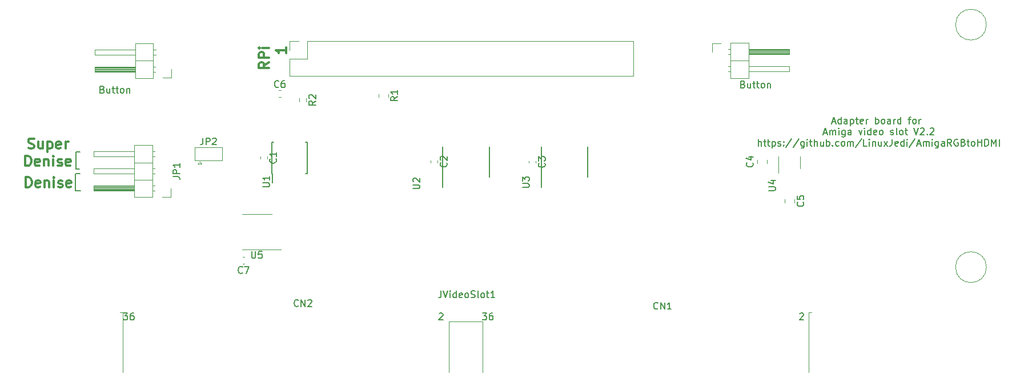
<source format=gbr>
G04 #@! TF.GenerationSoftware,KiCad,Pcbnew,5.1.9-73d0e3b20d~88~ubuntu20.10.1*
G04 #@! TF.CreationDate,2021-04-01T22:15:41+01:00*
G04 #@! TF.ProjectId,videoslotadapter,76696465-6f73-46c6-9f74-616461707465,rev?*
G04 #@! TF.SameCoordinates,Original*
G04 #@! TF.FileFunction,Legend,Top*
G04 #@! TF.FilePolarity,Positive*
%FSLAX46Y46*%
G04 Gerber Fmt 4.6, Leading zero omitted, Abs format (unit mm)*
G04 Created by KiCad (PCBNEW 5.1.9-73d0e3b20d~88~ubuntu20.10.1) date 2021-04-01 22:15:41*
%MOMM*%
%LPD*%
G01*
G04 APERTURE LIST*
%ADD10C,0.150000*%
%ADD11C,0.200000*%
%ADD12C,0.300000*%
%ADD13C,0.120000*%
G04 APERTURE END LIST*
D10*
X107441597Y-74144831D02*
X107584454Y-74192450D01*
X107632073Y-74240069D01*
X107679692Y-74335307D01*
X107679692Y-74478164D01*
X107632073Y-74573402D01*
X107584454Y-74621021D01*
X107489216Y-74668640D01*
X107108263Y-74668640D01*
X107108263Y-73668640D01*
X107441597Y-73668640D01*
X107536835Y-73716260D01*
X107584454Y-73763879D01*
X107632073Y-73859117D01*
X107632073Y-73954355D01*
X107584454Y-74049593D01*
X107536835Y-74097212D01*
X107441597Y-74144831D01*
X107108263Y-74144831D01*
X108536835Y-74001974D02*
X108536835Y-74668640D01*
X108108263Y-74001974D02*
X108108263Y-74525783D01*
X108155882Y-74621021D01*
X108251120Y-74668640D01*
X108393978Y-74668640D01*
X108489216Y-74621021D01*
X108536835Y-74573402D01*
X108870168Y-74001974D02*
X109251120Y-74001974D01*
X109013025Y-73668640D02*
X109013025Y-74525783D01*
X109060644Y-74621021D01*
X109155882Y-74668640D01*
X109251120Y-74668640D01*
X109441597Y-74001974D02*
X109822549Y-74001974D01*
X109584454Y-73668640D02*
X109584454Y-74525783D01*
X109632073Y-74621021D01*
X109727311Y-74668640D01*
X109822549Y-74668640D01*
X110298740Y-74668640D02*
X110203501Y-74621021D01*
X110155882Y-74573402D01*
X110108263Y-74478164D01*
X110108263Y-74192450D01*
X110155882Y-74097212D01*
X110203501Y-74049593D01*
X110298740Y-74001974D01*
X110441597Y-74001974D01*
X110536835Y-74049593D01*
X110584454Y-74097212D01*
X110632073Y-74192450D01*
X110632073Y-74478164D01*
X110584454Y-74573402D01*
X110536835Y-74621021D01*
X110441597Y-74668640D01*
X110298740Y-74668640D01*
X111060644Y-74001974D02*
X111060644Y-74668640D01*
X111060644Y-74097212D02*
X111108263Y-74049593D01*
X111203501Y-74001974D01*
X111346359Y-74001974D01*
X111441597Y-74049593D01*
X111489216Y-74144831D01*
X111489216Y-74668640D01*
X202414737Y-73382831D02*
X202557594Y-73430450D01*
X202605213Y-73478069D01*
X202652832Y-73573307D01*
X202652832Y-73716164D01*
X202605213Y-73811402D01*
X202557594Y-73859021D01*
X202462356Y-73906640D01*
X202081403Y-73906640D01*
X202081403Y-72906640D01*
X202414737Y-72906640D01*
X202509975Y-72954260D01*
X202557594Y-73001879D01*
X202605213Y-73097117D01*
X202605213Y-73192355D01*
X202557594Y-73287593D01*
X202509975Y-73335212D01*
X202414737Y-73382831D01*
X202081403Y-73382831D01*
X203509975Y-73239974D02*
X203509975Y-73906640D01*
X203081403Y-73239974D02*
X203081403Y-73763783D01*
X203129022Y-73859021D01*
X203224260Y-73906640D01*
X203367118Y-73906640D01*
X203462356Y-73859021D01*
X203509975Y-73811402D01*
X203843308Y-73239974D02*
X204224260Y-73239974D01*
X203986165Y-72906640D02*
X203986165Y-73763783D01*
X204033784Y-73859021D01*
X204129022Y-73906640D01*
X204224260Y-73906640D01*
X204414737Y-73239974D02*
X204795689Y-73239974D01*
X204557594Y-72906640D02*
X204557594Y-73763783D01*
X204605213Y-73859021D01*
X204700451Y-73906640D01*
X204795689Y-73906640D01*
X205271880Y-73906640D02*
X205176641Y-73859021D01*
X205129022Y-73811402D01*
X205081403Y-73716164D01*
X205081403Y-73430450D01*
X205129022Y-73335212D01*
X205176641Y-73287593D01*
X205271880Y-73239974D01*
X205414737Y-73239974D01*
X205509975Y-73287593D01*
X205557594Y-73335212D01*
X205605213Y-73430450D01*
X205605213Y-73716164D01*
X205557594Y-73811402D01*
X205509975Y-73859021D01*
X205414737Y-73906640D01*
X205271880Y-73906640D01*
X206033784Y-73239974D02*
X206033784Y-73906640D01*
X206033784Y-73335212D02*
X206081403Y-73287593D01*
X206176641Y-73239974D01*
X206319499Y-73239974D01*
X206414737Y-73287593D01*
X206462356Y-73382831D01*
X206462356Y-73906640D01*
X215626228Y-78938146D02*
X216102419Y-78938146D01*
X215530990Y-79223860D02*
X215864323Y-78223860D01*
X216197657Y-79223860D01*
X216959561Y-79223860D02*
X216959561Y-78223860D01*
X216959561Y-79176241D02*
X216864323Y-79223860D01*
X216673847Y-79223860D01*
X216578609Y-79176241D01*
X216530990Y-79128622D01*
X216483371Y-79033384D01*
X216483371Y-78747670D01*
X216530990Y-78652432D01*
X216578609Y-78604813D01*
X216673847Y-78557194D01*
X216864323Y-78557194D01*
X216959561Y-78604813D01*
X217864323Y-79223860D02*
X217864323Y-78700051D01*
X217816704Y-78604813D01*
X217721466Y-78557194D01*
X217530990Y-78557194D01*
X217435752Y-78604813D01*
X217864323Y-79176241D02*
X217769085Y-79223860D01*
X217530990Y-79223860D01*
X217435752Y-79176241D01*
X217388133Y-79081003D01*
X217388133Y-78985765D01*
X217435752Y-78890527D01*
X217530990Y-78842908D01*
X217769085Y-78842908D01*
X217864323Y-78795289D01*
X218340514Y-78557194D02*
X218340514Y-79557194D01*
X218340514Y-78604813D02*
X218435752Y-78557194D01*
X218626228Y-78557194D01*
X218721466Y-78604813D01*
X218769085Y-78652432D01*
X218816704Y-78747670D01*
X218816704Y-79033384D01*
X218769085Y-79128622D01*
X218721466Y-79176241D01*
X218626228Y-79223860D01*
X218435752Y-79223860D01*
X218340514Y-79176241D01*
X219102419Y-78557194D02*
X219483371Y-78557194D01*
X219245276Y-78223860D02*
X219245276Y-79081003D01*
X219292895Y-79176241D01*
X219388133Y-79223860D01*
X219483371Y-79223860D01*
X220197657Y-79176241D02*
X220102419Y-79223860D01*
X219911942Y-79223860D01*
X219816704Y-79176241D01*
X219769085Y-79081003D01*
X219769085Y-78700051D01*
X219816704Y-78604813D01*
X219911942Y-78557194D01*
X220102419Y-78557194D01*
X220197657Y-78604813D01*
X220245276Y-78700051D01*
X220245276Y-78795289D01*
X219769085Y-78890527D01*
X220673847Y-79223860D02*
X220673847Y-78557194D01*
X220673847Y-78747670D02*
X220721466Y-78652432D01*
X220769085Y-78604813D01*
X220864323Y-78557194D01*
X220959561Y-78557194D01*
X222054800Y-79223860D02*
X222054800Y-78223860D01*
X222054800Y-78604813D02*
X222150038Y-78557194D01*
X222340514Y-78557194D01*
X222435752Y-78604813D01*
X222483371Y-78652432D01*
X222530990Y-78747670D01*
X222530990Y-79033384D01*
X222483371Y-79128622D01*
X222435752Y-79176241D01*
X222340514Y-79223860D01*
X222150038Y-79223860D01*
X222054800Y-79176241D01*
X223102419Y-79223860D02*
X223007180Y-79176241D01*
X222959561Y-79128622D01*
X222911942Y-79033384D01*
X222911942Y-78747670D01*
X222959561Y-78652432D01*
X223007180Y-78604813D01*
X223102419Y-78557194D01*
X223245276Y-78557194D01*
X223340514Y-78604813D01*
X223388133Y-78652432D01*
X223435752Y-78747670D01*
X223435752Y-79033384D01*
X223388133Y-79128622D01*
X223340514Y-79176241D01*
X223245276Y-79223860D01*
X223102419Y-79223860D01*
X224292895Y-79223860D02*
X224292895Y-78700051D01*
X224245276Y-78604813D01*
X224150038Y-78557194D01*
X223959561Y-78557194D01*
X223864323Y-78604813D01*
X224292895Y-79176241D02*
X224197657Y-79223860D01*
X223959561Y-79223860D01*
X223864323Y-79176241D01*
X223816704Y-79081003D01*
X223816704Y-78985765D01*
X223864323Y-78890527D01*
X223959561Y-78842908D01*
X224197657Y-78842908D01*
X224292895Y-78795289D01*
X224769085Y-79223860D02*
X224769085Y-78557194D01*
X224769085Y-78747670D02*
X224816704Y-78652432D01*
X224864323Y-78604813D01*
X224959561Y-78557194D01*
X225054800Y-78557194D01*
X225816704Y-79223860D02*
X225816704Y-78223860D01*
X225816704Y-79176241D02*
X225721466Y-79223860D01*
X225530990Y-79223860D01*
X225435752Y-79176241D01*
X225388133Y-79128622D01*
X225340514Y-79033384D01*
X225340514Y-78747670D01*
X225388133Y-78652432D01*
X225435752Y-78604813D01*
X225530990Y-78557194D01*
X225721466Y-78557194D01*
X225816704Y-78604813D01*
X226911942Y-78557194D02*
X227292895Y-78557194D01*
X227054800Y-79223860D02*
X227054800Y-78366718D01*
X227102419Y-78271480D01*
X227197657Y-78223860D01*
X227292895Y-78223860D01*
X227769085Y-79223860D02*
X227673847Y-79176241D01*
X227626228Y-79128622D01*
X227578609Y-79033384D01*
X227578609Y-78747670D01*
X227626228Y-78652432D01*
X227673847Y-78604813D01*
X227769085Y-78557194D01*
X227911942Y-78557194D01*
X228007180Y-78604813D01*
X228054800Y-78652432D01*
X228102419Y-78747670D01*
X228102419Y-79033384D01*
X228054800Y-79128622D01*
X228007180Y-79176241D01*
X227911942Y-79223860D01*
X227769085Y-79223860D01*
X228530990Y-79223860D02*
X228530990Y-78557194D01*
X228530990Y-78747670D02*
X228578609Y-78652432D01*
X228626228Y-78604813D01*
X228721466Y-78557194D01*
X228816704Y-78557194D01*
X214388133Y-80588146D02*
X214864323Y-80588146D01*
X214292895Y-80873860D02*
X214626228Y-79873860D01*
X214959561Y-80873860D01*
X215292895Y-80873860D02*
X215292895Y-80207194D01*
X215292895Y-80302432D02*
X215340514Y-80254813D01*
X215435752Y-80207194D01*
X215578609Y-80207194D01*
X215673847Y-80254813D01*
X215721466Y-80350051D01*
X215721466Y-80873860D01*
X215721466Y-80350051D02*
X215769085Y-80254813D01*
X215864323Y-80207194D01*
X216007180Y-80207194D01*
X216102419Y-80254813D01*
X216150038Y-80350051D01*
X216150038Y-80873860D01*
X216626228Y-80873860D02*
X216626228Y-80207194D01*
X216626228Y-79873860D02*
X216578609Y-79921480D01*
X216626228Y-79969099D01*
X216673847Y-79921480D01*
X216626228Y-79873860D01*
X216626228Y-79969099D01*
X217530990Y-80207194D02*
X217530990Y-81016718D01*
X217483371Y-81111956D01*
X217435752Y-81159575D01*
X217340514Y-81207194D01*
X217197657Y-81207194D01*
X217102419Y-81159575D01*
X217530990Y-80826241D02*
X217435752Y-80873860D01*
X217245276Y-80873860D01*
X217150038Y-80826241D01*
X217102419Y-80778622D01*
X217054800Y-80683384D01*
X217054800Y-80397670D01*
X217102419Y-80302432D01*
X217150038Y-80254813D01*
X217245276Y-80207194D01*
X217435752Y-80207194D01*
X217530990Y-80254813D01*
X218435752Y-80873860D02*
X218435752Y-80350051D01*
X218388133Y-80254813D01*
X218292895Y-80207194D01*
X218102419Y-80207194D01*
X218007180Y-80254813D01*
X218435752Y-80826241D02*
X218340514Y-80873860D01*
X218102419Y-80873860D01*
X218007180Y-80826241D01*
X217959561Y-80731003D01*
X217959561Y-80635765D01*
X218007180Y-80540527D01*
X218102419Y-80492908D01*
X218340514Y-80492908D01*
X218435752Y-80445289D01*
X219578609Y-80207194D02*
X219816704Y-80873860D01*
X220054800Y-80207194D01*
X220435752Y-80873860D02*
X220435752Y-80207194D01*
X220435752Y-79873860D02*
X220388133Y-79921480D01*
X220435752Y-79969099D01*
X220483371Y-79921480D01*
X220435752Y-79873860D01*
X220435752Y-79969099D01*
X221340514Y-80873860D02*
X221340514Y-79873860D01*
X221340514Y-80826241D02*
X221245276Y-80873860D01*
X221054800Y-80873860D01*
X220959561Y-80826241D01*
X220911942Y-80778622D01*
X220864323Y-80683384D01*
X220864323Y-80397670D01*
X220911942Y-80302432D01*
X220959561Y-80254813D01*
X221054800Y-80207194D01*
X221245276Y-80207194D01*
X221340514Y-80254813D01*
X222197657Y-80826241D02*
X222102419Y-80873860D01*
X221911942Y-80873860D01*
X221816704Y-80826241D01*
X221769085Y-80731003D01*
X221769085Y-80350051D01*
X221816704Y-80254813D01*
X221911942Y-80207194D01*
X222102419Y-80207194D01*
X222197657Y-80254813D01*
X222245276Y-80350051D01*
X222245276Y-80445289D01*
X221769085Y-80540527D01*
X222816704Y-80873860D02*
X222721466Y-80826241D01*
X222673847Y-80778622D01*
X222626228Y-80683384D01*
X222626228Y-80397670D01*
X222673847Y-80302432D01*
X222721466Y-80254813D01*
X222816704Y-80207194D01*
X222959561Y-80207194D01*
X223054800Y-80254813D01*
X223102419Y-80302432D01*
X223150038Y-80397670D01*
X223150038Y-80683384D01*
X223102419Y-80778622D01*
X223054800Y-80826241D01*
X222959561Y-80873860D01*
X222816704Y-80873860D01*
X224292895Y-80826241D02*
X224388133Y-80873860D01*
X224578609Y-80873860D01*
X224673847Y-80826241D01*
X224721466Y-80731003D01*
X224721466Y-80683384D01*
X224673847Y-80588146D01*
X224578609Y-80540527D01*
X224435752Y-80540527D01*
X224340514Y-80492908D01*
X224292895Y-80397670D01*
X224292895Y-80350051D01*
X224340514Y-80254813D01*
X224435752Y-80207194D01*
X224578609Y-80207194D01*
X224673847Y-80254813D01*
X225292895Y-80873860D02*
X225197657Y-80826241D01*
X225150038Y-80731003D01*
X225150038Y-79873860D01*
X225816704Y-80873860D02*
X225721466Y-80826241D01*
X225673847Y-80778622D01*
X225626228Y-80683384D01*
X225626228Y-80397670D01*
X225673847Y-80302432D01*
X225721466Y-80254813D01*
X225816704Y-80207194D01*
X225959561Y-80207194D01*
X226054800Y-80254813D01*
X226102419Y-80302432D01*
X226150038Y-80397670D01*
X226150038Y-80683384D01*
X226102419Y-80778622D01*
X226054800Y-80826241D01*
X225959561Y-80873860D01*
X225816704Y-80873860D01*
X226435752Y-80207194D02*
X226816704Y-80207194D01*
X226578609Y-79873860D02*
X226578609Y-80731003D01*
X226626228Y-80826241D01*
X226721466Y-80873860D01*
X226816704Y-80873860D01*
X227769085Y-79873860D02*
X228102419Y-80873860D01*
X228435752Y-79873860D01*
X228721466Y-79969099D02*
X228769085Y-79921480D01*
X228864323Y-79873860D01*
X229102419Y-79873860D01*
X229197657Y-79921480D01*
X229245276Y-79969099D01*
X229292895Y-80064337D01*
X229292895Y-80159575D01*
X229245276Y-80302432D01*
X228673847Y-80873860D01*
X229292895Y-80873860D01*
X229721466Y-80778622D02*
X229769085Y-80826241D01*
X229721466Y-80873860D01*
X229673847Y-80826241D01*
X229721466Y-80778622D01*
X229721466Y-80873860D01*
X230150038Y-79969099D02*
X230197657Y-79921480D01*
X230292895Y-79873860D01*
X230530990Y-79873860D01*
X230626228Y-79921480D01*
X230673847Y-79969099D01*
X230721466Y-80064337D01*
X230721466Y-80159575D01*
X230673847Y-80302432D01*
X230102419Y-80873860D01*
X230721466Y-80873860D01*
X204697657Y-82523860D02*
X204697657Y-81523860D01*
X205126228Y-82523860D02*
X205126228Y-82000051D01*
X205078609Y-81904813D01*
X204983371Y-81857194D01*
X204840514Y-81857194D01*
X204745276Y-81904813D01*
X204697657Y-81952432D01*
X205459561Y-81857194D02*
X205840514Y-81857194D01*
X205602419Y-81523860D02*
X205602419Y-82381003D01*
X205650038Y-82476241D01*
X205745276Y-82523860D01*
X205840514Y-82523860D01*
X206030990Y-81857194D02*
X206411942Y-81857194D01*
X206173847Y-81523860D02*
X206173847Y-82381003D01*
X206221466Y-82476241D01*
X206316704Y-82523860D01*
X206411942Y-82523860D01*
X206745276Y-81857194D02*
X206745276Y-82857194D01*
X206745276Y-81904813D02*
X206840514Y-81857194D01*
X207030990Y-81857194D01*
X207126228Y-81904813D01*
X207173847Y-81952432D01*
X207221466Y-82047670D01*
X207221466Y-82333384D01*
X207173847Y-82428622D01*
X207126228Y-82476241D01*
X207030990Y-82523860D01*
X206840514Y-82523860D01*
X206745276Y-82476241D01*
X207602419Y-82476241D02*
X207697657Y-82523860D01*
X207888133Y-82523860D01*
X207983371Y-82476241D01*
X208030990Y-82381003D01*
X208030990Y-82333384D01*
X207983371Y-82238146D01*
X207888133Y-82190527D01*
X207745276Y-82190527D01*
X207650038Y-82142908D01*
X207602419Y-82047670D01*
X207602419Y-82000051D01*
X207650038Y-81904813D01*
X207745276Y-81857194D01*
X207888133Y-81857194D01*
X207983371Y-81904813D01*
X208459561Y-82428622D02*
X208507180Y-82476241D01*
X208459561Y-82523860D01*
X208411942Y-82476241D01*
X208459561Y-82428622D01*
X208459561Y-82523860D01*
X208459561Y-81904813D02*
X208507180Y-81952432D01*
X208459561Y-82000051D01*
X208411942Y-81952432D01*
X208459561Y-81904813D01*
X208459561Y-82000051D01*
X209650038Y-81476241D02*
X208792895Y-82761956D01*
X210697657Y-81476241D02*
X209840514Y-82761956D01*
X211459561Y-81857194D02*
X211459561Y-82666718D01*
X211411942Y-82761956D01*
X211364323Y-82809575D01*
X211269085Y-82857194D01*
X211126228Y-82857194D01*
X211030990Y-82809575D01*
X211459561Y-82476241D02*
X211364323Y-82523860D01*
X211173847Y-82523860D01*
X211078609Y-82476241D01*
X211030990Y-82428622D01*
X210983371Y-82333384D01*
X210983371Y-82047670D01*
X211030990Y-81952432D01*
X211078609Y-81904813D01*
X211173847Y-81857194D01*
X211364323Y-81857194D01*
X211459561Y-81904813D01*
X211935752Y-82523860D02*
X211935752Y-81857194D01*
X211935752Y-81523860D02*
X211888133Y-81571480D01*
X211935752Y-81619099D01*
X211983371Y-81571480D01*
X211935752Y-81523860D01*
X211935752Y-81619099D01*
X212269085Y-81857194D02*
X212650038Y-81857194D01*
X212411942Y-81523860D02*
X212411942Y-82381003D01*
X212459561Y-82476241D01*
X212554800Y-82523860D01*
X212650038Y-82523860D01*
X212983371Y-82523860D02*
X212983371Y-81523860D01*
X213411942Y-82523860D02*
X213411942Y-82000051D01*
X213364323Y-81904813D01*
X213269085Y-81857194D01*
X213126228Y-81857194D01*
X213030990Y-81904813D01*
X212983371Y-81952432D01*
X214316704Y-81857194D02*
X214316704Y-82523860D01*
X213888133Y-81857194D02*
X213888133Y-82381003D01*
X213935752Y-82476241D01*
X214030990Y-82523860D01*
X214173847Y-82523860D01*
X214269085Y-82476241D01*
X214316704Y-82428622D01*
X214792895Y-82523860D02*
X214792895Y-81523860D01*
X214792895Y-81904813D02*
X214888133Y-81857194D01*
X215078609Y-81857194D01*
X215173847Y-81904813D01*
X215221466Y-81952432D01*
X215269085Y-82047670D01*
X215269085Y-82333384D01*
X215221466Y-82428622D01*
X215173847Y-82476241D01*
X215078609Y-82523860D01*
X214888133Y-82523860D01*
X214792895Y-82476241D01*
X215697657Y-82428622D02*
X215745276Y-82476241D01*
X215697657Y-82523860D01*
X215650038Y-82476241D01*
X215697657Y-82428622D01*
X215697657Y-82523860D01*
X216602419Y-82476241D02*
X216507180Y-82523860D01*
X216316704Y-82523860D01*
X216221466Y-82476241D01*
X216173847Y-82428622D01*
X216126228Y-82333384D01*
X216126228Y-82047670D01*
X216173847Y-81952432D01*
X216221466Y-81904813D01*
X216316704Y-81857194D01*
X216507180Y-81857194D01*
X216602419Y-81904813D01*
X217173847Y-82523860D02*
X217078609Y-82476241D01*
X217030990Y-82428622D01*
X216983371Y-82333384D01*
X216983371Y-82047670D01*
X217030990Y-81952432D01*
X217078609Y-81904813D01*
X217173847Y-81857194D01*
X217316704Y-81857194D01*
X217411942Y-81904813D01*
X217459561Y-81952432D01*
X217507180Y-82047670D01*
X217507180Y-82333384D01*
X217459561Y-82428622D01*
X217411942Y-82476241D01*
X217316704Y-82523860D01*
X217173847Y-82523860D01*
X217935752Y-82523860D02*
X217935752Y-81857194D01*
X217935752Y-81952432D02*
X217983371Y-81904813D01*
X218078609Y-81857194D01*
X218221466Y-81857194D01*
X218316704Y-81904813D01*
X218364323Y-82000051D01*
X218364323Y-82523860D01*
X218364323Y-82000051D02*
X218411942Y-81904813D01*
X218507180Y-81857194D01*
X218650038Y-81857194D01*
X218745276Y-81904813D01*
X218792895Y-82000051D01*
X218792895Y-82523860D01*
X219983371Y-81476241D02*
X219126228Y-82761956D01*
X220792895Y-82523860D02*
X220316704Y-82523860D01*
X220316704Y-81523860D01*
X221126228Y-82523860D02*
X221126228Y-81857194D01*
X221126228Y-81523860D02*
X221078609Y-81571480D01*
X221126228Y-81619099D01*
X221173847Y-81571480D01*
X221126228Y-81523860D01*
X221126228Y-81619099D01*
X221602419Y-81857194D02*
X221602419Y-82523860D01*
X221602419Y-81952432D02*
X221650038Y-81904813D01*
X221745276Y-81857194D01*
X221888133Y-81857194D01*
X221983371Y-81904813D01*
X222030990Y-82000051D01*
X222030990Y-82523860D01*
X222935752Y-81857194D02*
X222935752Y-82523860D01*
X222507180Y-81857194D02*
X222507180Y-82381003D01*
X222554800Y-82476241D01*
X222650038Y-82523860D01*
X222792895Y-82523860D01*
X222888133Y-82476241D01*
X222935752Y-82428622D01*
X223316704Y-82523860D02*
X223840514Y-81857194D01*
X223316704Y-81857194D02*
X223840514Y-82523860D01*
X224507180Y-81523860D02*
X224507180Y-82238146D01*
X224459561Y-82381003D01*
X224364323Y-82476241D01*
X224221466Y-82523860D01*
X224126228Y-82523860D01*
X225364323Y-82476241D02*
X225269085Y-82523860D01*
X225078609Y-82523860D01*
X224983371Y-82476241D01*
X224935752Y-82381003D01*
X224935752Y-82000051D01*
X224983371Y-81904813D01*
X225078609Y-81857194D01*
X225269085Y-81857194D01*
X225364323Y-81904813D01*
X225411942Y-82000051D01*
X225411942Y-82095289D01*
X224935752Y-82190527D01*
X226269085Y-82523860D02*
X226269085Y-81523860D01*
X226269085Y-82476241D02*
X226173847Y-82523860D01*
X225983371Y-82523860D01*
X225888133Y-82476241D01*
X225840514Y-82428622D01*
X225792895Y-82333384D01*
X225792895Y-82047670D01*
X225840514Y-81952432D01*
X225888133Y-81904813D01*
X225983371Y-81857194D01*
X226173847Y-81857194D01*
X226269085Y-81904813D01*
X226745276Y-82523860D02*
X226745276Y-81857194D01*
X226745276Y-81523860D02*
X226697657Y-81571480D01*
X226745276Y-81619099D01*
X226792895Y-81571480D01*
X226745276Y-81523860D01*
X226745276Y-81619099D01*
X227935752Y-81476241D02*
X227078609Y-82761956D01*
X228221466Y-82238146D02*
X228697657Y-82238146D01*
X228126228Y-82523860D02*
X228459561Y-81523860D01*
X228792895Y-82523860D01*
X229126228Y-82523860D02*
X229126228Y-81857194D01*
X229126228Y-81952432D02*
X229173847Y-81904813D01*
X229269085Y-81857194D01*
X229411942Y-81857194D01*
X229507180Y-81904813D01*
X229554800Y-82000051D01*
X229554800Y-82523860D01*
X229554800Y-82000051D02*
X229602419Y-81904813D01*
X229697657Y-81857194D01*
X229840514Y-81857194D01*
X229935752Y-81904813D01*
X229983371Y-82000051D01*
X229983371Y-82523860D01*
X230459561Y-82523860D02*
X230459561Y-81857194D01*
X230459561Y-81523860D02*
X230411942Y-81571480D01*
X230459561Y-81619099D01*
X230507180Y-81571480D01*
X230459561Y-81523860D01*
X230459561Y-81619099D01*
X231364323Y-81857194D02*
X231364323Y-82666718D01*
X231316704Y-82761956D01*
X231269085Y-82809575D01*
X231173847Y-82857194D01*
X231030990Y-82857194D01*
X230935752Y-82809575D01*
X231364323Y-82476241D02*
X231269085Y-82523860D01*
X231078609Y-82523860D01*
X230983371Y-82476241D01*
X230935752Y-82428622D01*
X230888133Y-82333384D01*
X230888133Y-82047670D01*
X230935752Y-81952432D01*
X230983371Y-81904813D01*
X231078609Y-81857194D01*
X231269085Y-81857194D01*
X231364323Y-81904813D01*
X232269085Y-82523860D02*
X232269085Y-82000051D01*
X232221466Y-81904813D01*
X232126228Y-81857194D01*
X231935752Y-81857194D01*
X231840514Y-81904813D01*
X232269085Y-82476241D02*
X232173847Y-82523860D01*
X231935752Y-82523860D01*
X231840514Y-82476241D01*
X231792895Y-82381003D01*
X231792895Y-82285765D01*
X231840514Y-82190527D01*
X231935752Y-82142908D01*
X232173847Y-82142908D01*
X232269085Y-82095289D01*
X233316704Y-82523860D02*
X232983371Y-82047670D01*
X232745276Y-82523860D02*
X232745276Y-81523860D01*
X233126228Y-81523860D01*
X233221466Y-81571480D01*
X233269085Y-81619099D01*
X233316704Y-81714337D01*
X233316704Y-81857194D01*
X233269085Y-81952432D01*
X233221466Y-82000051D01*
X233126228Y-82047670D01*
X232745276Y-82047670D01*
X234269085Y-81571480D02*
X234173847Y-81523860D01*
X234030990Y-81523860D01*
X233888133Y-81571480D01*
X233792895Y-81666718D01*
X233745276Y-81761956D01*
X233697657Y-81952432D01*
X233697657Y-82095289D01*
X233745276Y-82285765D01*
X233792895Y-82381003D01*
X233888133Y-82476241D01*
X234030990Y-82523860D01*
X234126228Y-82523860D01*
X234269085Y-82476241D01*
X234316704Y-82428622D01*
X234316704Y-82095289D01*
X234126228Y-82095289D01*
X235078609Y-82000051D02*
X235221466Y-82047670D01*
X235269085Y-82095289D01*
X235316704Y-82190527D01*
X235316704Y-82333384D01*
X235269085Y-82428622D01*
X235221466Y-82476241D01*
X235126228Y-82523860D01*
X234745276Y-82523860D01*
X234745276Y-81523860D01*
X235078609Y-81523860D01*
X235173847Y-81571480D01*
X235221466Y-81619099D01*
X235269085Y-81714337D01*
X235269085Y-81809575D01*
X235221466Y-81904813D01*
X235173847Y-81952432D01*
X235078609Y-82000051D01*
X234745276Y-82000051D01*
X235602419Y-81857194D02*
X235983371Y-81857194D01*
X235745276Y-81523860D02*
X235745276Y-82381003D01*
X235792895Y-82476241D01*
X235888133Y-82523860D01*
X235983371Y-82523860D01*
X236459561Y-82523860D02*
X236364323Y-82476241D01*
X236316704Y-82428622D01*
X236269085Y-82333384D01*
X236269085Y-82047670D01*
X236316704Y-81952432D01*
X236364323Y-81904813D01*
X236459561Y-81857194D01*
X236602419Y-81857194D01*
X236697657Y-81904813D01*
X236745276Y-81952432D01*
X236792895Y-82047670D01*
X236792895Y-82333384D01*
X236745276Y-82428622D01*
X236697657Y-82476241D01*
X236602419Y-82523860D01*
X236459561Y-82523860D01*
X237221466Y-82523860D02*
X237221466Y-81523860D01*
X237221466Y-82000051D02*
X237792895Y-82000051D01*
X237792895Y-82523860D02*
X237792895Y-81523860D01*
X238269085Y-82523860D02*
X238269085Y-81523860D01*
X238507180Y-81523860D01*
X238650038Y-81571480D01*
X238745276Y-81666718D01*
X238792895Y-81761956D01*
X238840514Y-81952432D01*
X238840514Y-82095289D01*
X238792895Y-82285765D01*
X238745276Y-82381003D01*
X238650038Y-82476241D01*
X238507180Y-82523860D01*
X238269085Y-82523860D01*
X239269085Y-82523860D02*
X239269085Y-81523860D01*
X239602419Y-82238146D01*
X239935752Y-81523860D01*
X239935752Y-82523860D01*
X240411942Y-82523860D02*
X240411942Y-81523860D01*
D11*
X103479600Y-86621620D02*
X103479600Y-89161620D01*
X103454200Y-89161620D02*
X104213660Y-89161620D01*
X104152700Y-86626700D02*
X103517700Y-86626700D01*
X103522780Y-85948520D02*
X104030780Y-85948520D01*
X103522780Y-83408520D02*
X103522780Y-85948520D01*
X104157780Y-83408520D02*
X103522780Y-83408520D01*
D12*
X96456702Y-82857502D02*
X96670988Y-82928931D01*
X97028131Y-82928931D01*
X97170988Y-82857502D01*
X97242417Y-82786074D01*
X97313845Y-82643217D01*
X97313845Y-82500360D01*
X97242417Y-82357502D01*
X97170988Y-82286074D01*
X97028131Y-82214645D01*
X96742417Y-82143217D01*
X96599560Y-82071788D01*
X96528131Y-82000360D01*
X96456702Y-81857502D01*
X96456702Y-81714645D01*
X96528131Y-81571788D01*
X96599560Y-81500360D01*
X96742417Y-81428931D01*
X97099560Y-81428931D01*
X97313845Y-81500360D01*
X98599560Y-81928931D02*
X98599560Y-82928931D01*
X97956702Y-81928931D02*
X97956702Y-82714645D01*
X98028131Y-82857502D01*
X98170988Y-82928931D01*
X98385274Y-82928931D01*
X98528131Y-82857502D01*
X98599560Y-82786074D01*
X99313845Y-81928931D02*
X99313845Y-83428931D01*
X99313845Y-82000360D02*
X99456702Y-81928931D01*
X99742417Y-81928931D01*
X99885274Y-82000360D01*
X99956702Y-82071788D01*
X100028131Y-82214645D01*
X100028131Y-82643217D01*
X99956702Y-82786074D01*
X99885274Y-82857502D01*
X99742417Y-82928931D01*
X99456702Y-82928931D01*
X99313845Y-82857502D01*
X101242417Y-82857502D02*
X101099560Y-82928931D01*
X100813845Y-82928931D01*
X100670988Y-82857502D01*
X100599560Y-82714645D01*
X100599560Y-82143217D01*
X100670988Y-82000360D01*
X100813845Y-81928931D01*
X101099560Y-81928931D01*
X101242417Y-82000360D01*
X101313845Y-82143217D01*
X101313845Y-82286074D01*
X100599560Y-82428931D01*
X101956702Y-82928931D02*
X101956702Y-81928931D01*
X101956702Y-82214645D02*
X102028131Y-82071788D01*
X102099560Y-82000360D01*
X102242417Y-81928931D01*
X102385274Y-81928931D01*
X96028131Y-85478931D02*
X96028131Y-83978931D01*
X96385274Y-83978931D01*
X96599560Y-84050360D01*
X96742417Y-84193217D01*
X96813845Y-84336074D01*
X96885274Y-84621788D01*
X96885274Y-84836074D01*
X96813845Y-85121788D01*
X96742417Y-85264645D01*
X96599560Y-85407502D01*
X96385274Y-85478931D01*
X96028131Y-85478931D01*
X98099560Y-85407502D02*
X97956702Y-85478931D01*
X97670988Y-85478931D01*
X97528131Y-85407502D01*
X97456702Y-85264645D01*
X97456702Y-84693217D01*
X97528131Y-84550360D01*
X97670988Y-84478931D01*
X97956702Y-84478931D01*
X98099560Y-84550360D01*
X98170988Y-84693217D01*
X98170988Y-84836074D01*
X97456702Y-84978931D01*
X98813845Y-84478931D02*
X98813845Y-85478931D01*
X98813845Y-84621788D02*
X98885274Y-84550360D01*
X99028131Y-84478931D01*
X99242417Y-84478931D01*
X99385274Y-84550360D01*
X99456702Y-84693217D01*
X99456702Y-85478931D01*
X100170988Y-85478931D02*
X100170988Y-84478931D01*
X100170988Y-83978931D02*
X100099560Y-84050360D01*
X100170988Y-84121788D01*
X100242417Y-84050360D01*
X100170988Y-83978931D01*
X100170988Y-84121788D01*
X100813845Y-85407502D02*
X100956702Y-85478931D01*
X101242417Y-85478931D01*
X101385274Y-85407502D01*
X101456702Y-85264645D01*
X101456702Y-85193217D01*
X101385274Y-85050360D01*
X101242417Y-84978931D01*
X101028131Y-84978931D01*
X100885274Y-84907502D01*
X100813845Y-84764645D01*
X100813845Y-84693217D01*
X100885274Y-84550360D01*
X101028131Y-84478931D01*
X101242417Y-84478931D01*
X101385274Y-84550360D01*
X102670988Y-85407502D02*
X102528131Y-85478931D01*
X102242417Y-85478931D01*
X102099560Y-85407502D01*
X102028131Y-85264645D01*
X102028131Y-84693217D01*
X102099560Y-84550360D01*
X102242417Y-84478931D01*
X102528131Y-84478931D01*
X102670988Y-84550360D01*
X102742417Y-84693217D01*
X102742417Y-84836074D01*
X102028131Y-84978931D01*
X96111951Y-88661631D02*
X96111951Y-87161631D01*
X96469094Y-87161631D01*
X96683380Y-87233060D01*
X96826237Y-87375917D01*
X96897665Y-87518774D01*
X96969094Y-87804488D01*
X96969094Y-88018774D01*
X96897665Y-88304488D01*
X96826237Y-88447345D01*
X96683380Y-88590202D01*
X96469094Y-88661631D01*
X96111951Y-88661631D01*
X98183380Y-88590202D02*
X98040522Y-88661631D01*
X97754808Y-88661631D01*
X97611951Y-88590202D01*
X97540522Y-88447345D01*
X97540522Y-87875917D01*
X97611951Y-87733060D01*
X97754808Y-87661631D01*
X98040522Y-87661631D01*
X98183380Y-87733060D01*
X98254808Y-87875917D01*
X98254808Y-88018774D01*
X97540522Y-88161631D01*
X98897665Y-87661631D02*
X98897665Y-88661631D01*
X98897665Y-87804488D02*
X98969094Y-87733060D01*
X99111951Y-87661631D01*
X99326237Y-87661631D01*
X99469094Y-87733060D01*
X99540522Y-87875917D01*
X99540522Y-88661631D01*
X100254808Y-88661631D02*
X100254808Y-87661631D01*
X100254808Y-87161631D02*
X100183380Y-87233060D01*
X100254808Y-87304488D01*
X100326237Y-87233060D01*
X100254808Y-87161631D01*
X100254808Y-87304488D01*
X100897665Y-88590202D02*
X101040522Y-88661631D01*
X101326237Y-88661631D01*
X101469094Y-88590202D01*
X101540522Y-88447345D01*
X101540522Y-88375917D01*
X101469094Y-88233060D01*
X101326237Y-88161631D01*
X101111951Y-88161631D01*
X100969094Y-88090202D01*
X100897665Y-87947345D01*
X100897665Y-87875917D01*
X100969094Y-87733060D01*
X101111951Y-87661631D01*
X101326237Y-87661631D01*
X101469094Y-87733060D01*
X102754808Y-88590202D02*
X102611951Y-88661631D01*
X102326237Y-88661631D01*
X102183380Y-88590202D01*
X102111951Y-88447345D01*
X102111951Y-87875917D01*
X102183380Y-87733060D01*
X102326237Y-87661631D01*
X102611951Y-87661631D01*
X102754808Y-87733060D01*
X102826237Y-87875917D01*
X102826237Y-88018774D01*
X102111951Y-88161631D01*
X132131271Y-70124380D02*
X131416985Y-70624380D01*
X132131271Y-70981522D02*
X130631271Y-70981522D01*
X130631271Y-70410094D01*
X130702700Y-70267237D01*
X130774128Y-70195808D01*
X130916985Y-70124380D01*
X131131271Y-70124380D01*
X131274128Y-70195808D01*
X131345557Y-70267237D01*
X131416985Y-70410094D01*
X131416985Y-70981522D01*
X132131271Y-69481522D02*
X130631271Y-69481522D01*
X130631271Y-68910094D01*
X130702700Y-68767237D01*
X130774128Y-68695808D01*
X130916985Y-68624380D01*
X131131271Y-68624380D01*
X131274128Y-68695808D01*
X131345557Y-68767237D01*
X131416985Y-68910094D01*
X131416985Y-69481522D01*
X132131271Y-67981522D02*
X131131271Y-67981522D01*
X130631271Y-67981522D02*
X130702700Y-68052951D01*
X130774128Y-67981522D01*
X130702700Y-67910094D01*
X130631271Y-67981522D01*
X130774128Y-67981522D01*
X134681271Y-67910094D02*
X134681271Y-68767237D01*
X134681271Y-68338665D02*
X133181271Y-68338665D01*
X133395557Y-68481522D01*
X133538414Y-68624380D01*
X133609842Y-68767237D01*
D13*
X238493300Y-100502720D02*
G75*
G03*
X238493300Y-100502720I-2286000J0D01*
G01*
X238493300Y-64546480D02*
G75*
G03*
X238493300Y-64546480I-2286000J0D01*
G01*
X121864600Y-84893000D02*
X122164600Y-85193000D01*
X121564600Y-85193000D02*
X122164600Y-85193000D01*
X121864600Y-84893000D02*
X121564600Y-85193000D01*
X121114600Y-84693000D02*
X121114600Y-82693000D01*
X125214600Y-84693000D02*
X121114600Y-84693000D01*
X125214600Y-82693000D02*
X125214600Y-84693000D01*
X121114600Y-82693000D02*
X125214600Y-82693000D01*
X128225333Y-98969100D02*
X128517867Y-98969100D01*
X128225333Y-99989100D02*
X128517867Y-99989100D01*
X130327400Y-92665400D02*
X128127400Y-92665400D01*
X130327400Y-92665400D02*
X132527400Y-92665400D01*
X130327400Y-97885400D02*
X128127400Y-97885400D01*
X130327400Y-97885400D02*
X133927400Y-97885400D01*
X133877267Y-74293000D02*
X133584733Y-74293000D01*
X133877267Y-75313000D02*
X133584733Y-75313000D01*
X136637500Y-75437276D02*
X136637500Y-75946724D01*
X137682500Y-75437276D02*
X137682500Y-75946724D01*
X110424000Y-107172000D02*
X110024000Y-107172000D01*
X110424000Y-116122000D02*
X110424000Y-107172000D01*
X163774000Y-108522000D02*
X163774000Y-116122000D01*
X158824000Y-108522000D02*
X163774000Y-108522000D01*
X158824000Y-116122000D02*
X158824000Y-108522000D01*
X212164000Y-107172000D02*
X212564000Y-107172000D01*
X212164000Y-116122000D02*
X212164000Y-107172000D01*
X210031000Y-90416748D02*
X210031000Y-90939252D01*
X208561000Y-90416748D02*
X208561000Y-90939252D01*
X149833000Y-74829936D02*
X149833000Y-75284064D01*
X148363000Y-74829936D02*
X148363000Y-75284064D01*
X205967000Y-84574748D02*
X205967000Y-85097252D01*
X204497000Y-84574748D02*
X204497000Y-85097252D01*
X171706000Y-84765933D02*
X171706000Y-85058467D01*
X170686000Y-84765933D02*
X170686000Y-85058467D01*
X157154340Y-84689733D02*
X157154340Y-84982267D01*
X156134340Y-84689733D02*
X156134340Y-84982267D01*
X131881340Y-84130933D02*
X131881340Y-84423467D01*
X130861340Y-84130933D02*
X130861340Y-84423467D01*
X197866000Y-67310000D02*
X199136000Y-67310000D01*
X197866000Y-68580000D02*
X197866000Y-67310000D01*
X200178929Y-71500000D02*
X200576000Y-71500000D01*
X200178929Y-70740000D02*
X200576000Y-70740000D01*
X209236000Y-71500000D02*
X203236000Y-71500000D01*
X209236000Y-70740000D02*
X209236000Y-71500000D01*
X203236000Y-70740000D02*
X209236000Y-70740000D01*
X200576000Y-69850000D02*
X203236000Y-69850000D01*
X200246000Y-68960000D02*
X200576000Y-68960000D01*
X200246000Y-68200000D02*
X200576000Y-68200000D01*
X203236000Y-68860000D02*
X209236000Y-68860000D01*
X203236000Y-68740000D02*
X209236000Y-68740000D01*
X203236000Y-68620000D02*
X209236000Y-68620000D01*
X203236000Y-68500000D02*
X209236000Y-68500000D01*
X203236000Y-68380000D02*
X209236000Y-68380000D01*
X203236000Y-68260000D02*
X209236000Y-68260000D01*
X209236000Y-68960000D02*
X203236000Y-68960000D01*
X209236000Y-68200000D02*
X209236000Y-68960000D01*
X203236000Y-68200000D02*
X209236000Y-68200000D01*
X203236000Y-67250000D02*
X200576000Y-67250000D01*
X203236000Y-72450000D02*
X203236000Y-67250000D01*
X200576000Y-72450000D02*
X203236000Y-72450000D01*
X200576000Y-67250000D02*
X200576000Y-72450000D01*
X117678200Y-72433180D02*
X116408200Y-72433180D01*
X117678200Y-71163180D02*
X117678200Y-72433180D01*
X115365271Y-68243180D02*
X114968200Y-68243180D01*
X115365271Y-69003180D02*
X114968200Y-69003180D01*
X106308200Y-68243180D02*
X112308200Y-68243180D01*
X106308200Y-69003180D02*
X106308200Y-68243180D01*
X112308200Y-69003180D02*
X106308200Y-69003180D01*
X114968200Y-69893180D02*
X112308200Y-69893180D01*
X115298200Y-70783180D02*
X114968200Y-70783180D01*
X115298200Y-71543180D02*
X114968200Y-71543180D01*
X112308200Y-70883180D02*
X106308200Y-70883180D01*
X112308200Y-71003180D02*
X106308200Y-71003180D01*
X112308200Y-71123180D02*
X106308200Y-71123180D01*
X112308200Y-71243180D02*
X106308200Y-71243180D01*
X112308200Y-71363180D02*
X106308200Y-71363180D01*
X112308200Y-71483180D02*
X106308200Y-71483180D01*
X106308200Y-70783180D02*
X112308200Y-70783180D01*
X106308200Y-71543180D02*
X106308200Y-70783180D01*
X112308200Y-71543180D02*
X106308200Y-71543180D01*
X112308200Y-72493180D02*
X114968200Y-72493180D01*
X112308200Y-67293180D02*
X112308200Y-72493180D01*
X114968200Y-67293180D02*
X112308200Y-67293180D01*
X114968200Y-72493180D02*
X114968200Y-67293180D01*
D10*
X132556340Y-86602200D02*
X132681340Y-86602200D01*
X132556340Y-81952200D02*
X132781340Y-81952200D01*
X137806340Y-81952200D02*
X137581340Y-81952200D01*
X137806340Y-86602200D02*
X137581340Y-86602200D01*
X132556340Y-86602200D02*
X132556340Y-81952200D01*
X137806340Y-86602200D02*
X137806340Y-81952200D01*
X132681340Y-86602200D02*
X132681340Y-87952200D01*
X157893340Y-88662200D02*
X157893340Y-82687200D01*
X164793340Y-87137200D02*
X164793340Y-82687200D01*
X179398340Y-87137200D02*
X179398340Y-82687200D01*
X172498340Y-88662200D02*
X172498340Y-82687200D01*
D13*
X210906000Y-85863000D02*
X210906000Y-84063000D01*
X207686000Y-84063000D02*
X207686000Y-86513000D01*
X135207700Y-72188380D02*
X135207700Y-69588380D01*
X135207700Y-72188380D02*
X186127700Y-72188380D01*
X186127700Y-72188380D02*
X186127700Y-66988380D01*
X137807700Y-66988380D02*
X186127700Y-66988380D01*
X137807700Y-69588380D02*
X137807700Y-66988380D01*
X135207700Y-69588380D02*
X137807700Y-69588380D01*
X135207700Y-66988380D02*
X136537700Y-66988380D01*
X135207700Y-68318380D02*
X135207700Y-66988380D01*
X114838660Y-90123320D02*
X114838660Y-82383320D01*
X114838660Y-82383320D02*
X112178660Y-82383320D01*
X112178660Y-82383320D02*
X112178660Y-90123320D01*
X112178660Y-90123320D02*
X114838660Y-90123320D01*
X112178660Y-89173320D02*
X106178660Y-89173320D01*
X106178660Y-89173320D02*
X106178660Y-88413320D01*
X106178660Y-88413320D02*
X112178660Y-88413320D01*
X112178660Y-89113320D02*
X106178660Y-89113320D01*
X112178660Y-88993320D02*
X106178660Y-88993320D01*
X112178660Y-88873320D02*
X106178660Y-88873320D01*
X112178660Y-88753320D02*
X106178660Y-88753320D01*
X112178660Y-88633320D02*
X106178660Y-88633320D01*
X112178660Y-88513320D02*
X106178660Y-88513320D01*
X115168660Y-89173320D02*
X114838660Y-89173320D01*
X115168660Y-88413320D02*
X114838660Y-88413320D01*
X114838660Y-87523320D02*
X112178660Y-87523320D01*
X112178660Y-86633320D02*
X106178660Y-86633320D01*
X106178660Y-86633320D02*
X106178660Y-85873320D01*
X106178660Y-85873320D02*
X112178660Y-85873320D01*
X115235731Y-86633320D02*
X114838660Y-86633320D01*
X115235731Y-85873320D02*
X114838660Y-85873320D01*
X114838660Y-84983320D02*
X112178660Y-84983320D01*
X112178660Y-84093320D02*
X106178660Y-84093320D01*
X106178660Y-84093320D02*
X106178660Y-83333320D01*
X106178660Y-83333320D02*
X112178660Y-83333320D01*
X115235731Y-84093320D02*
X114838660Y-84093320D01*
X115235731Y-83333320D02*
X114838660Y-83333320D01*
X117548660Y-88793320D02*
X117548660Y-90063320D01*
X117548660Y-90063320D02*
X116278660Y-90063320D01*
D10*
X122331266Y-81345380D02*
X122331266Y-82059666D01*
X122283647Y-82202523D01*
X122188409Y-82297761D01*
X122045552Y-82345380D01*
X121950314Y-82345380D01*
X122807457Y-82345380D02*
X122807457Y-81345380D01*
X123188409Y-81345380D01*
X123283647Y-81393000D01*
X123331266Y-81440619D01*
X123378885Y-81535857D01*
X123378885Y-81678714D01*
X123331266Y-81773952D01*
X123283647Y-81821571D01*
X123188409Y-81869190D01*
X122807457Y-81869190D01*
X123759838Y-81440619D02*
X123807457Y-81393000D01*
X123902695Y-81345380D01*
X124140790Y-81345380D01*
X124236028Y-81393000D01*
X124283647Y-81440619D01*
X124331266Y-81535857D01*
X124331266Y-81631095D01*
X124283647Y-81773952D01*
X123712219Y-82345380D01*
X124331266Y-82345380D01*
X128204933Y-101322142D02*
X128157314Y-101369761D01*
X128014457Y-101417380D01*
X127919219Y-101417380D01*
X127776361Y-101369761D01*
X127681123Y-101274523D01*
X127633504Y-101179285D01*
X127585885Y-100988809D01*
X127585885Y-100845952D01*
X127633504Y-100655476D01*
X127681123Y-100560238D01*
X127776361Y-100465000D01*
X127919219Y-100417380D01*
X128014457Y-100417380D01*
X128157314Y-100465000D01*
X128204933Y-100512619D01*
X128538266Y-100417380D02*
X129204933Y-100417380D01*
X128776361Y-101417380D01*
X129565495Y-98177780D02*
X129565495Y-98987304D01*
X129613114Y-99082542D01*
X129660733Y-99130161D01*
X129755971Y-99177780D01*
X129946447Y-99177780D01*
X130041685Y-99130161D01*
X130089304Y-99082542D01*
X130136923Y-98987304D01*
X130136923Y-98177780D01*
X131089304Y-98177780D02*
X130613114Y-98177780D01*
X130565495Y-98653971D01*
X130613114Y-98606352D01*
X130708352Y-98558733D01*
X130946447Y-98558733D01*
X131041685Y-98606352D01*
X131089304Y-98653971D01*
X131136923Y-98749209D01*
X131136923Y-98987304D01*
X131089304Y-99082542D01*
X131041685Y-99130161D01*
X130946447Y-99177780D01*
X130708352Y-99177780D01*
X130613114Y-99130161D01*
X130565495Y-99082542D01*
X133564333Y-73763142D02*
X133516714Y-73810761D01*
X133373857Y-73858380D01*
X133278619Y-73858380D01*
X133135761Y-73810761D01*
X133040523Y-73715523D01*
X132992904Y-73620285D01*
X132945285Y-73429809D01*
X132945285Y-73286952D01*
X132992904Y-73096476D01*
X133040523Y-73001238D01*
X133135761Y-72906000D01*
X133278619Y-72858380D01*
X133373857Y-72858380D01*
X133516714Y-72906000D01*
X133564333Y-72953619D01*
X134421476Y-72858380D02*
X134231000Y-72858380D01*
X134135761Y-72906000D01*
X134088142Y-72953619D01*
X133992904Y-73096476D01*
X133945285Y-73286952D01*
X133945285Y-73667904D01*
X133992904Y-73763142D01*
X134040523Y-73810761D01*
X134135761Y-73858380D01*
X134326238Y-73858380D01*
X134421476Y-73810761D01*
X134469095Y-73763142D01*
X134516714Y-73667904D01*
X134516714Y-73429809D01*
X134469095Y-73334571D01*
X134421476Y-73286952D01*
X134326238Y-73239333D01*
X134135761Y-73239333D01*
X134040523Y-73286952D01*
X133992904Y-73334571D01*
X133945285Y-73429809D01*
X139042380Y-75858666D02*
X138566190Y-76192000D01*
X139042380Y-76430095D02*
X138042380Y-76430095D01*
X138042380Y-76049142D01*
X138090000Y-75953904D01*
X138137619Y-75906285D01*
X138232857Y-75858666D01*
X138375714Y-75858666D01*
X138470952Y-75906285D01*
X138518571Y-75953904D01*
X138566190Y-76049142D01*
X138566190Y-76430095D01*
X138137619Y-75477714D02*
X138090000Y-75430095D01*
X138042380Y-75334857D01*
X138042380Y-75096761D01*
X138090000Y-75001523D01*
X138137619Y-74953904D01*
X138232857Y-74906285D01*
X138328095Y-74906285D01*
X138470952Y-74953904D01*
X139042380Y-75525333D01*
X139042380Y-74906285D01*
X157664476Y-104024380D02*
X157664476Y-104738666D01*
X157616857Y-104881523D01*
X157521619Y-104976761D01*
X157378761Y-105024380D01*
X157283523Y-105024380D01*
X157997809Y-104024380D02*
X158331142Y-105024380D01*
X158664476Y-104024380D01*
X158997809Y-105024380D02*
X158997809Y-104357714D01*
X158997809Y-104024380D02*
X158950190Y-104072000D01*
X158997809Y-104119619D01*
X159045428Y-104072000D01*
X158997809Y-104024380D01*
X158997809Y-104119619D01*
X159902571Y-105024380D02*
X159902571Y-104024380D01*
X159902571Y-104976761D02*
X159807333Y-105024380D01*
X159616857Y-105024380D01*
X159521619Y-104976761D01*
X159474000Y-104929142D01*
X159426380Y-104833904D01*
X159426380Y-104548190D01*
X159474000Y-104452952D01*
X159521619Y-104405333D01*
X159616857Y-104357714D01*
X159807333Y-104357714D01*
X159902571Y-104405333D01*
X160759714Y-104976761D02*
X160664476Y-105024380D01*
X160474000Y-105024380D01*
X160378761Y-104976761D01*
X160331142Y-104881523D01*
X160331142Y-104500571D01*
X160378761Y-104405333D01*
X160474000Y-104357714D01*
X160664476Y-104357714D01*
X160759714Y-104405333D01*
X160807333Y-104500571D01*
X160807333Y-104595809D01*
X160331142Y-104691047D01*
X161378761Y-105024380D02*
X161283523Y-104976761D01*
X161235904Y-104929142D01*
X161188285Y-104833904D01*
X161188285Y-104548190D01*
X161235904Y-104452952D01*
X161283523Y-104405333D01*
X161378761Y-104357714D01*
X161521619Y-104357714D01*
X161616857Y-104405333D01*
X161664476Y-104452952D01*
X161712095Y-104548190D01*
X161712095Y-104833904D01*
X161664476Y-104929142D01*
X161616857Y-104976761D01*
X161521619Y-105024380D01*
X161378761Y-105024380D01*
X162093047Y-104976761D02*
X162235904Y-105024380D01*
X162474000Y-105024380D01*
X162569238Y-104976761D01*
X162616857Y-104929142D01*
X162664476Y-104833904D01*
X162664476Y-104738666D01*
X162616857Y-104643428D01*
X162569238Y-104595809D01*
X162474000Y-104548190D01*
X162283523Y-104500571D01*
X162188285Y-104452952D01*
X162140666Y-104405333D01*
X162093047Y-104310095D01*
X162093047Y-104214857D01*
X162140666Y-104119619D01*
X162188285Y-104072000D01*
X162283523Y-104024380D01*
X162521619Y-104024380D01*
X162664476Y-104072000D01*
X163235904Y-105024380D02*
X163140666Y-104976761D01*
X163093047Y-104881523D01*
X163093047Y-104024380D01*
X163759714Y-105024380D02*
X163664476Y-104976761D01*
X163616857Y-104929142D01*
X163569238Y-104833904D01*
X163569238Y-104548190D01*
X163616857Y-104452952D01*
X163664476Y-104405333D01*
X163759714Y-104357714D01*
X163902571Y-104357714D01*
X163997809Y-104405333D01*
X164045428Y-104452952D01*
X164093047Y-104548190D01*
X164093047Y-104833904D01*
X164045428Y-104929142D01*
X163997809Y-104976761D01*
X163902571Y-105024380D01*
X163759714Y-105024380D01*
X164378761Y-104357714D02*
X164759714Y-104357714D01*
X164521619Y-104024380D02*
X164521619Y-104881523D01*
X164569238Y-104976761D01*
X164664476Y-105024380D01*
X164759714Y-105024380D01*
X165616857Y-105024380D02*
X165045428Y-105024380D01*
X165331142Y-105024380D02*
X165331142Y-104024380D01*
X165235904Y-104167238D01*
X165140666Y-104262476D01*
X165045428Y-104310095D01*
X189783523Y-106629142D02*
X189735904Y-106676761D01*
X189593047Y-106724380D01*
X189497809Y-106724380D01*
X189354952Y-106676761D01*
X189259714Y-106581523D01*
X189212095Y-106486285D01*
X189164476Y-106295809D01*
X189164476Y-106152952D01*
X189212095Y-105962476D01*
X189259714Y-105867238D01*
X189354952Y-105772000D01*
X189497809Y-105724380D01*
X189593047Y-105724380D01*
X189735904Y-105772000D01*
X189783523Y-105819619D01*
X190212095Y-106724380D02*
X190212095Y-105724380D01*
X190783523Y-106724380D01*
X190783523Y-105724380D01*
X191783523Y-106724380D02*
X191212095Y-106724380D01*
X191497809Y-106724380D02*
X191497809Y-105724380D01*
X191402571Y-105867238D01*
X191307333Y-105962476D01*
X191212095Y-106010095D01*
X163784476Y-107309380D02*
X164403523Y-107309380D01*
X164070190Y-107690333D01*
X164213047Y-107690333D01*
X164308285Y-107737952D01*
X164355904Y-107785571D01*
X164403523Y-107880809D01*
X164403523Y-108118904D01*
X164355904Y-108214142D01*
X164308285Y-108261761D01*
X164213047Y-108309380D01*
X163927333Y-108309380D01*
X163832095Y-108261761D01*
X163784476Y-108214142D01*
X165260666Y-107309380D02*
X165070190Y-107309380D01*
X164974952Y-107357000D01*
X164927333Y-107404619D01*
X164832095Y-107547476D01*
X164784476Y-107737952D01*
X164784476Y-108118904D01*
X164832095Y-108214142D01*
X164879714Y-108261761D01*
X164974952Y-108309380D01*
X165165428Y-108309380D01*
X165260666Y-108261761D01*
X165308285Y-108214142D01*
X165355904Y-108118904D01*
X165355904Y-107880809D01*
X165308285Y-107785571D01*
X165260666Y-107737952D01*
X165165428Y-107690333D01*
X164974952Y-107690333D01*
X164879714Y-107737952D01*
X164832095Y-107785571D01*
X164784476Y-107880809D01*
X210808285Y-107409619D02*
X210855904Y-107362000D01*
X210951142Y-107314380D01*
X211189238Y-107314380D01*
X211284476Y-107362000D01*
X211332095Y-107409619D01*
X211379714Y-107504857D01*
X211379714Y-107600095D01*
X211332095Y-107742952D01*
X210760666Y-108314380D01*
X211379714Y-108314380D01*
X136483523Y-106229142D02*
X136435904Y-106276761D01*
X136293047Y-106324380D01*
X136197809Y-106324380D01*
X136054952Y-106276761D01*
X135959714Y-106181523D01*
X135912095Y-106086285D01*
X135864476Y-105895809D01*
X135864476Y-105752952D01*
X135912095Y-105562476D01*
X135959714Y-105467238D01*
X136054952Y-105372000D01*
X136197809Y-105324380D01*
X136293047Y-105324380D01*
X136435904Y-105372000D01*
X136483523Y-105419619D01*
X136912095Y-106324380D02*
X136912095Y-105324380D01*
X137483523Y-106324380D01*
X137483523Y-105324380D01*
X137912095Y-105419619D02*
X137959714Y-105372000D01*
X138054952Y-105324380D01*
X138293047Y-105324380D01*
X138388285Y-105372000D01*
X138435904Y-105419619D01*
X138483523Y-105514857D01*
X138483523Y-105610095D01*
X138435904Y-105752952D01*
X137864476Y-106324380D01*
X138483523Y-106324380D01*
X157358285Y-107404619D02*
X157405904Y-107357000D01*
X157501142Y-107309380D01*
X157739238Y-107309380D01*
X157834476Y-107357000D01*
X157882095Y-107404619D01*
X157929714Y-107499857D01*
X157929714Y-107595095D01*
X157882095Y-107737952D01*
X157310666Y-108309380D01*
X157929714Y-108309380D01*
X110559476Y-107309380D02*
X111178523Y-107309380D01*
X110845190Y-107690333D01*
X110988047Y-107690333D01*
X111083285Y-107737952D01*
X111130904Y-107785571D01*
X111178523Y-107880809D01*
X111178523Y-108118904D01*
X111130904Y-108214142D01*
X111083285Y-108261761D01*
X110988047Y-108309380D01*
X110702333Y-108309380D01*
X110607095Y-108261761D01*
X110559476Y-108214142D01*
X112035666Y-107309380D02*
X111845190Y-107309380D01*
X111749952Y-107357000D01*
X111702333Y-107404619D01*
X111607095Y-107547476D01*
X111559476Y-107737952D01*
X111559476Y-108118904D01*
X111607095Y-108214142D01*
X111654714Y-108261761D01*
X111749952Y-108309380D01*
X111940428Y-108309380D01*
X112035666Y-108261761D01*
X112083285Y-108214142D01*
X112130904Y-108118904D01*
X112130904Y-107880809D01*
X112083285Y-107785571D01*
X112035666Y-107737952D01*
X111940428Y-107690333D01*
X111749952Y-107690333D01*
X111654714Y-107737952D01*
X111607095Y-107785571D01*
X111559476Y-107880809D01*
X211333142Y-90844666D02*
X211380761Y-90892285D01*
X211428380Y-91035142D01*
X211428380Y-91130380D01*
X211380761Y-91273238D01*
X211285523Y-91368476D01*
X211190285Y-91416095D01*
X210999809Y-91463714D01*
X210856952Y-91463714D01*
X210666476Y-91416095D01*
X210571238Y-91368476D01*
X210476000Y-91273238D01*
X210428380Y-91130380D01*
X210428380Y-91035142D01*
X210476000Y-90892285D01*
X210523619Y-90844666D01*
X210428380Y-89939904D02*
X210428380Y-90416095D01*
X210904571Y-90463714D01*
X210856952Y-90416095D01*
X210809333Y-90320857D01*
X210809333Y-90082761D01*
X210856952Y-89987523D01*
X210904571Y-89939904D01*
X210999809Y-89892285D01*
X211237904Y-89892285D01*
X211333142Y-89939904D01*
X211380761Y-89987523D01*
X211428380Y-90082761D01*
X211428380Y-90320857D01*
X211380761Y-90416095D01*
X211333142Y-90463714D01*
X151200380Y-75223666D02*
X150724190Y-75557000D01*
X151200380Y-75795095D02*
X150200380Y-75795095D01*
X150200380Y-75414142D01*
X150248000Y-75318904D01*
X150295619Y-75271285D01*
X150390857Y-75223666D01*
X150533714Y-75223666D01*
X150628952Y-75271285D01*
X150676571Y-75318904D01*
X150724190Y-75414142D01*
X150724190Y-75795095D01*
X151200380Y-74271285D02*
X151200380Y-74842714D01*
X151200380Y-74557000D02*
X150200380Y-74557000D01*
X150343238Y-74652238D01*
X150438476Y-74747476D01*
X150486095Y-74842714D01*
X203811142Y-85002666D02*
X203858761Y-85050285D01*
X203906380Y-85193142D01*
X203906380Y-85288380D01*
X203858761Y-85431238D01*
X203763523Y-85526476D01*
X203668285Y-85574095D01*
X203477809Y-85621714D01*
X203334952Y-85621714D01*
X203144476Y-85574095D01*
X203049238Y-85526476D01*
X202954000Y-85431238D01*
X202906380Y-85288380D01*
X202906380Y-85193142D01*
X202954000Y-85050285D01*
X203001619Y-85002666D01*
X203239714Y-84145523D02*
X203906380Y-84145523D01*
X202858761Y-84383619D02*
X203573047Y-84621714D01*
X203573047Y-84002666D01*
X172983142Y-85078866D02*
X173030761Y-85126485D01*
X173078380Y-85269342D01*
X173078380Y-85364580D01*
X173030761Y-85507438D01*
X172935523Y-85602676D01*
X172840285Y-85650295D01*
X172649809Y-85697914D01*
X172506952Y-85697914D01*
X172316476Y-85650295D01*
X172221238Y-85602676D01*
X172126000Y-85507438D01*
X172078380Y-85364580D01*
X172078380Y-85269342D01*
X172126000Y-85126485D01*
X172173619Y-85078866D01*
X172078380Y-84745533D02*
X172078380Y-84126485D01*
X172459333Y-84459819D01*
X172459333Y-84316961D01*
X172506952Y-84221723D01*
X172554571Y-84174104D01*
X172649809Y-84126485D01*
X172887904Y-84126485D01*
X172983142Y-84174104D01*
X173030761Y-84221723D01*
X173078380Y-84316961D01*
X173078380Y-84602676D01*
X173030761Y-84697914D01*
X172983142Y-84745533D01*
X158431482Y-85002666D02*
X158479101Y-85050285D01*
X158526720Y-85193142D01*
X158526720Y-85288380D01*
X158479101Y-85431238D01*
X158383863Y-85526476D01*
X158288625Y-85574095D01*
X158098149Y-85621714D01*
X157955292Y-85621714D01*
X157764816Y-85574095D01*
X157669578Y-85526476D01*
X157574340Y-85431238D01*
X157526720Y-85288380D01*
X157526720Y-85193142D01*
X157574340Y-85050285D01*
X157621959Y-85002666D01*
X157621959Y-84621714D02*
X157574340Y-84574095D01*
X157526720Y-84478857D01*
X157526720Y-84240761D01*
X157574340Y-84145523D01*
X157621959Y-84097904D01*
X157717197Y-84050285D01*
X157812435Y-84050285D01*
X157955292Y-84097904D01*
X158526720Y-84669333D01*
X158526720Y-84050285D01*
X133158482Y-84443866D02*
X133206101Y-84491485D01*
X133253720Y-84634342D01*
X133253720Y-84729580D01*
X133206101Y-84872438D01*
X133110863Y-84967676D01*
X133015625Y-85015295D01*
X132825149Y-85062914D01*
X132682292Y-85062914D01*
X132491816Y-85015295D01*
X132396578Y-84967676D01*
X132301340Y-84872438D01*
X132253720Y-84729580D01*
X132253720Y-84634342D01*
X132301340Y-84491485D01*
X132348959Y-84443866D01*
X133253720Y-83491485D02*
X133253720Y-84062914D01*
X133253720Y-83777200D02*
X132253720Y-83777200D01*
X132396578Y-83872438D01*
X132491816Y-83967676D01*
X132539435Y-84062914D01*
X131204720Y-88595104D02*
X132014244Y-88595104D01*
X132109482Y-88547485D01*
X132157101Y-88499866D01*
X132204720Y-88404628D01*
X132204720Y-88214152D01*
X132157101Y-88118914D01*
X132109482Y-88071295D01*
X132014244Y-88023676D01*
X131204720Y-88023676D01*
X132204720Y-87023676D02*
X132204720Y-87595104D01*
X132204720Y-87309390D02*
X131204720Y-87309390D01*
X131347578Y-87404628D01*
X131442816Y-87499866D01*
X131490435Y-87595104D01*
X153472900Y-88851644D02*
X154282424Y-88851644D01*
X154377662Y-88804025D01*
X154425281Y-88756406D01*
X154472900Y-88661168D01*
X154472900Y-88470692D01*
X154425281Y-88375454D01*
X154377662Y-88327835D01*
X154282424Y-88280216D01*
X153472900Y-88280216D01*
X153568139Y-87851644D02*
X153520520Y-87804025D01*
X153472900Y-87708787D01*
X153472900Y-87470692D01*
X153520520Y-87375454D01*
X153568139Y-87327835D01*
X153663377Y-87280216D01*
X153758615Y-87280216D01*
X153901472Y-87327835D01*
X154472900Y-87899263D01*
X154472900Y-87280216D01*
X169713660Y-88678924D02*
X170523184Y-88678924D01*
X170618422Y-88631305D01*
X170666041Y-88583686D01*
X170713660Y-88488448D01*
X170713660Y-88297972D01*
X170666041Y-88202734D01*
X170618422Y-88155115D01*
X170523184Y-88107496D01*
X169713660Y-88107496D01*
X169713660Y-87726543D02*
X169713660Y-87107496D01*
X170094613Y-87440829D01*
X170094613Y-87297972D01*
X170142232Y-87202734D01*
X170189851Y-87155115D01*
X170285089Y-87107496D01*
X170523184Y-87107496D01*
X170618422Y-87155115D01*
X170666041Y-87202734D01*
X170713660Y-87297972D01*
X170713660Y-87583686D01*
X170666041Y-87678924D01*
X170618422Y-87726543D01*
X206208380Y-89153904D02*
X207017904Y-89153904D01*
X207113142Y-89106285D01*
X207160761Y-89058666D01*
X207208380Y-88963428D01*
X207208380Y-88772952D01*
X207160761Y-88677714D01*
X207113142Y-88630095D01*
X207017904Y-88582476D01*
X206208380Y-88582476D01*
X206541714Y-87677714D02*
X207208380Y-87677714D01*
X206160761Y-87915809D02*
X206875047Y-88153904D01*
X206875047Y-87534857D01*
X117890040Y-87086653D02*
X118604326Y-87086653D01*
X118747183Y-87134272D01*
X118842421Y-87229510D01*
X118890040Y-87372367D01*
X118890040Y-87467605D01*
X118890040Y-86610462D02*
X117890040Y-86610462D01*
X117890040Y-86229510D01*
X117937660Y-86134272D01*
X117985279Y-86086653D01*
X118080517Y-86039034D01*
X118223374Y-86039034D01*
X118318612Y-86086653D01*
X118366231Y-86134272D01*
X118413850Y-86229510D01*
X118413850Y-86610462D01*
X118890040Y-85086653D02*
X118890040Y-85658081D01*
X118890040Y-85372367D02*
X117890040Y-85372367D01*
X118032898Y-85467605D01*
X118128136Y-85562843D01*
X118175755Y-85658081D01*
M02*

</source>
